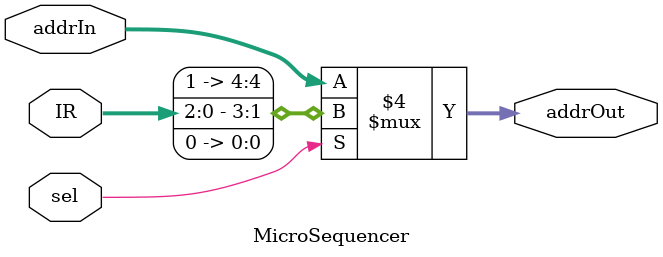
<source format=v>
module MicroSequencer (
	input [2:0] IR,
	input [4:0] addrIn,
	input sel,
	output reg [4:0] addrOut);

	//if the select pin is high set the address out to be a the instruction in
	always @(*) begin
		if (sel == 1)
			addrOut = {1'b1, IR, 1'b0};
		else 
			addrOut = addrIn;
	end
endmodule

</source>
